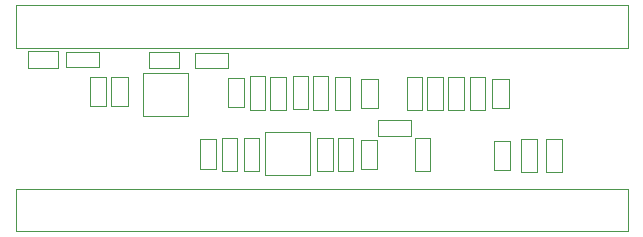
<source format=gbr>
%TF.GenerationSoftware,KiCad,Pcbnew,4.0.7*%
%TF.CreationDate,2017-11-07T18:20:37+08:00*%
%TF.ProjectId,STM32F401CCT6,53544D333246343031434354362E6B69,rev?*%
%TF.FileFunction,Other,User*%
%FSLAX46Y46*%
G04 Gerber Fmt 4.6, Leading zero omitted, Abs format (unit mm)*
G04 Created by KiCad (PCBNEW 4.0.7) date 11/07/17 18:20:37*
%MOMM*%
%LPD*%
G01*
G04 APERTURE LIST*
%ADD10C,0.100000*%
%ADD11C,0.050000*%
G04 APERTURE END LIST*
D10*
D11*
X1370000Y13900000D02*
X-50480000Y13900000D01*
X-50480000Y13900000D02*
X-50480000Y17500000D01*
X-50480000Y17500000D02*
X1370000Y17500000D01*
X1370000Y17500000D02*
X1370000Y13900000D01*
X1370000Y-1600000D02*
X-50480000Y-1600000D01*
X-50480000Y-1600000D02*
X-50480000Y2000000D01*
X-50480000Y2000000D02*
X1370000Y2000000D01*
X1370000Y2000000D02*
X1370000Y-1600000D01*
X-49420000Y12230000D02*
X-46920000Y12230000D01*
X-49420000Y12230000D02*
X-49420000Y13630000D01*
X-46920000Y13630000D02*
X-46920000Y12230000D01*
X-46920000Y13630000D02*
X-49420000Y13630000D01*
X-44190000Y11470000D02*
X-44190000Y8970000D01*
X-44190000Y11470000D02*
X-42790000Y11470000D01*
X-42790000Y8970000D02*
X-44190000Y8970000D01*
X-42790000Y8970000D02*
X-42790000Y11470000D01*
X-42380000Y11470000D02*
X-42380000Y8970000D01*
X-42380000Y11470000D02*
X-40980000Y11470000D01*
X-40980000Y8970000D02*
X-42380000Y8970000D01*
X-40980000Y8970000D02*
X-40980000Y11470000D01*
X-35900000Y8170000D02*
X-39700000Y8170000D01*
X-35900000Y11770000D02*
X-35900000Y8170000D01*
X-39700000Y11770000D02*
X-35900000Y11770000D01*
X-39700000Y8170000D02*
X-39700000Y11770000D01*
X-39170000Y12170000D02*
X-36670000Y12170000D01*
X-39170000Y12170000D02*
X-39170000Y13570000D01*
X-36670000Y13570000D02*
X-36670000Y12170000D01*
X-36670000Y13570000D02*
X-39170000Y13570000D01*
X-32510000Y11360000D02*
X-32510000Y8860000D01*
X-32510000Y11360000D02*
X-31110000Y11360000D01*
X-31110000Y8860000D02*
X-32510000Y8860000D01*
X-31110000Y8860000D02*
X-31110000Y11360000D01*
X-25730000Y8700000D02*
X-25730000Y11500000D01*
X-25730000Y8700000D02*
X-27030000Y8700000D01*
X-27030000Y11500000D02*
X-25730000Y11500000D01*
X-27030000Y11500000D02*
X-27030000Y8700000D01*
X-27610000Y8670000D02*
X-27610000Y11470000D01*
X-27610000Y8670000D02*
X-28910000Y8670000D01*
X-28910000Y11470000D02*
X-27610000Y11470000D01*
X-28910000Y11470000D02*
X-28910000Y8670000D01*
X-24040000Y8690000D02*
X-24040000Y11490000D01*
X-24040000Y8690000D02*
X-25340000Y8690000D01*
X-25340000Y11490000D02*
X-24040000Y11490000D01*
X-25340000Y11490000D02*
X-25340000Y8690000D01*
X-29340000Y8690000D02*
X-29340000Y11490000D01*
X-29340000Y8690000D02*
X-30640000Y8690000D01*
X-30640000Y11490000D02*
X-29340000Y11490000D01*
X-30640000Y11490000D02*
X-30640000Y8690000D01*
X-22160000Y8680000D02*
X-22160000Y11480000D01*
X-22160000Y8680000D02*
X-23460000Y8680000D01*
X-23460000Y11480000D02*
X-22160000Y11480000D01*
X-23460000Y11480000D02*
X-23460000Y8680000D01*
X-19800000Y8790000D02*
X-19800000Y11290000D01*
X-19800000Y8790000D02*
X-21200000Y8790000D01*
X-21200000Y11290000D02*
X-19800000Y11290000D01*
X-21200000Y11290000D02*
X-21200000Y8790000D01*
X-17360000Y11480000D02*
X-17360000Y8680000D01*
X-17360000Y11480000D02*
X-16060000Y11480000D01*
X-16060000Y8680000D02*
X-17360000Y8680000D01*
X-16060000Y8680000D02*
X-16060000Y11480000D01*
X-15630000Y11480000D02*
X-15630000Y8680000D01*
X-15630000Y11480000D02*
X-14330000Y11480000D01*
X-14330000Y8680000D02*
X-15630000Y8680000D01*
X-14330000Y8680000D02*
X-14330000Y11480000D01*
X-13850000Y11480000D02*
X-13850000Y8680000D01*
X-13850000Y11480000D02*
X-12550000Y11480000D01*
X-12550000Y8680000D02*
X-13850000Y8680000D01*
X-12550000Y8680000D02*
X-12550000Y11480000D01*
X-12020000Y11480000D02*
X-12020000Y8680000D01*
X-12020000Y11480000D02*
X-10720000Y11480000D01*
X-10720000Y8680000D02*
X-12020000Y8680000D01*
X-10720000Y8680000D02*
X-10720000Y11480000D01*
X-10120000Y11290000D02*
X-10120000Y8790000D01*
X-10120000Y11290000D02*
X-8720000Y11290000D01*
X-8720000Y8790000D02*
X-10120000Y8790000D01*
X-8720000Y8790000D02*
X-8720000Y11290000D01*
X-7660000Y6160000D02*
X-7660000Y3360000D01*
X-7660000Y6160000D02*
X-6360000Y6160000D01*
X-6360000Y3360000D02*
X-7660000Y3360000D01*
X-6360000Y3360000D02*
X-6360000Y6160000D01*
X-9990000Y6040000D02*
X-9990000Y3540000D01*
X-9990000Y6040000D02*
X-8590000Y6040000D01*
X-8590000Y3540000D02*
X-9990000Y3540000D01*
X-8590000Y3540000D02*
X-8590000Y6040000D01*
X-21270000Y6130000D02*
X-21270000Y3630000D01*
X-21270000Y6130000D02*
X-19870000Y6130000D01*
X-19870000Y3630000D02*
X-21270000Y3630000D01*
X-19870000Y3630000D02*
X-19870000Y6130000D01*
X-23210000Y6300000D02*
X-23210000Y3500000D01*
X-23210000Y6300000D02*
X-21910000Y6300000D01*
X-21910000Y3500000D02*
X-23210000Y3500000D01*
X-21910000Y3500000D02*
X-21910000Y6300000D01*
X-24950000Y6310000D02*
X-24950000Y3510000D01*
X-24950000Y6310000D02*
X-23650000Y6310000D01*
X-23650000Y3510000D02*
X-24950000Y3510000D01*
X-23650000Y3510000D02*
X-23650000Y6310000D01*
X-29380000Y3150000D02*
X-25580000Y3150000D01*
X-25580000Y3150000D02*
X-25580000Y6750000D01*
X-25580000Y6750000D02*
X-29380000Y6750000D01*
X-29380000Y6750000D02*
X-29380000Y3150000D01*
X-29860000Y3480000D02*
X-29860000Y6280000D01*
X-29860000Y3480000D02*
X-31160000Y3480000D01*
X-31160000Y6280000D02*
X-29860000Y6280000D01*
X-31160000Y6280000D02*
X-31160000Y3480000D01*
X-31710000Y3480000D02*
X-31710000Y6280000D01*
X-31710000Y3480000D02*
X-33010000Y3480000D01*
X-33010000Y6280000D02*
X-31710000Y6280000D01*
X-33010000Y6280000D02*
X-33010000Y3480000D01*
X-34910000Y6170000D02*
X-34910000Y3670000D01*
X-34910000Y6170000D02*
X-33510000Y6170000D01*
X-33510000Y3670000D02*
X-34910000Y3670000D01*
X-33510000Y3670000D02*
X-33510000Y6170000D01*
X-35270000Y12200000D02*
X-32470000Y12200000D01*
X-35270000Y12200000D02*
X-35270000Y13500000D01*
X-32470000Y13500000D02*
X-32470000Y12200000D01*
X-32470000Y13500000D02*
X-35270000Y13500000D01*
X-43450000Y13560000D02*
X-46250000Y13560000D01*
X-43450000Y13560000D02*
X-43450000Y12260000D01*
X-46250000Y12260000D02*
X-46250000Y13560000D01*
X-46250000Y12260000D02*
X-43450000Y12260000D01*
X-5550000Y6220000D02*
X-5550000Y3420000D01*
X-5550000Y6220000D02*
X-4250000Y6220000D01*
X-4250000Y3420000D02*
X-5550000Y3420000D01*
X-4250000Y3420000D02*
X-4250000Y6220000D01*
X-16700000Y6300000D02*
X-16700000Y3500000D01*
X-16700000Y6300000D02*
X-15400000Y6300000D01*
X-15400000Y3500000D02*
X-16700000Y3500000D01*
X-15400000Y3500000D02*
X-15400000Y6300000D01*
X-19830000Y6470000D02*
X-17030000Y6470000D01*
X-19830000Y6470000D02*
X-19830000Y7770000D01*
X-17030000Y7770000D02*
X-17030000Y6470000D01*
X-17030000Y7770000D02*
X-19830000Y7770000D01*
M02*

</source>
